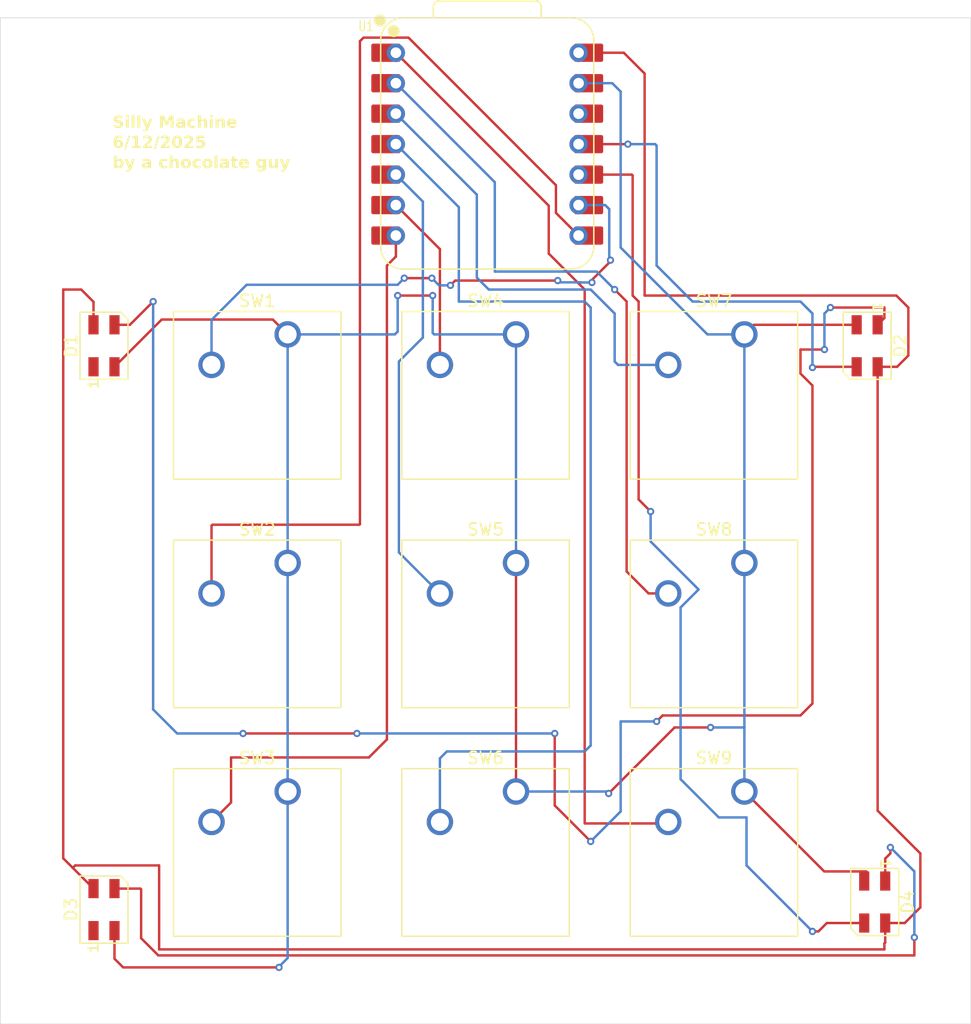
<source format=kicad_pcb>
(kicad_pcb (version 20241229) (generator "pcbnew") (generator_version "9.0")
  (layers (0 "F.Cu" signal) (2 "B.Cu" signal) (13 "F.Paste" user) (15 "B.Paste" user) (5 "F.SilkS" user "F.Silkscreen") (7 "B.SilkS" user "B.Silkscreen") (1 "F.Mask" user) (3 "B.Mask" user) (25 "Edge.Cuts" user))
  (net 0 "")
  (net 1 "Net-(D1-DIN)")
  (net 2 "GND")
  (net 4 "+5V")
  (net 5 "Net-(D2-DIN)")
  (net 6 "Net-(D3-DIN)")
  (net 8 "Net-(D4-DIN)")
  (net 9 "Net-(U1-GPIO2{slash}SCK)")
  (net 10 "Net-(U1-GPIO1{slash}RX)")
  (net 11 "Net-(U1-GPIO0{slash}TX)")
  (net 12 "Net-(U1-GPIO7{slash}SCL)")
  (net 13 "Net-(U1-GPIO6{slash}SDA)")
  (net 14 "Net-(U1-GPIO29{slash}ADC3{slash}A3)")
  (net 15 "Net-(U1-GPIO28{slash}ADC2{slash}A2)")
  (net 16 "Net-(U1-GPIO27{slash}ADC1{slash}A1)")
  (net 17 "Net-(U1-GPIO26{slash}ADC0{slash}A0)")
  (footprint "LED_SMD:LED_SK6812MINI_PLCC4_3.5x3.5mm_P1.75mm" (layer "F.Cu") (at 103.9 69.6875 90)
    (property "Reference" "D1" (at 0 -2.75 90) (layer "F.SilkS"))
    (property "Value" "SK6812MINI")
    (fp_line (start -2.8 -2) (end 2.8 -2) (stroke (width 0.12)) (layer "F.SilkS"))
    (fp_line (start -2.8 -2) (end -2.8 2) (stroke (width 0.12)) (layer "F.SilkS"))
    (fp_line (start 2.8 1.4) (end 2.8 -2) (stroke (width 0.12)) (layer "F.SilkS"))
    (fp_line (start 2.8 1.4) (end 2.2 2) (stroke (width 0.12)) (layer "F.SilkS"))
    (fp_line (start -2.8 2) (end 2.2 2) (stroke (width 0.12)) (layer "F.SilkS"))
    (fp_text user "1" (at -3.2 -0.875 90) (layer "F.SilkS") (effects (font (size 0.8 0.8))))
    (pad "1" smd rect (at -1.75 -0.875 90) (size 1.6 0.85) (layers "F.Cu" "F.Mask" "F.Paste"))
    (pad "2" smd rect (at -1.75 0.875 90) (size 1.6 0.85) (layers "F.Cu" "F.Mask" "F.Paste") (net 2 "GND"))
    (pad "3" smd rect (at 1.75 0.875 90) (size 1.6 0.85) (layers "F.Cu" "F.Mask" "F.Paste") (net 1 "Net-(D1-DIN)"))
    (pad "4" smd rect (at 1.75 -0.875 90) (size 1.6 0.85) (layers "F.Cu" "F.Mask" "F.Paste") (net 4 "+5V"))
  )
  (footprint "Button_Switch_Keyboard:SW_Cherry_MX_1.00u_PCB" (layer "F.Cu") (at 119.22125 87.78875)
    (property "Reference" "SW2" (at -2.54 -2.794 0) (layer "F.SilkS"))
    (property "Value" "SW_Push")
    (fp_line (start -9.525 -1.905) (end 4.445 -1.905) (stroke (width 0.12)) (layer "F.SilkS"))
    (fp_line (start -9.525 12.065) (end -9.525 -1.905) (stroke (width 0.12)) (layer "F.SilkS"))
    (fp_line (start 4.445 -1.905) (end 4.445 12.065) (stroke (width 0.12)) (layer "F.SilkS"))
    (fp_line (start 4.445 12.065) (end -9.525 12.065) (stroke (width 0.12)) (layer "F.SilkS"))
    (pad "" np_thru_hole circle (at -7.62 5.08) (size 1.7 1.7) (drill 1.7) (layers "*.Cu" "*.Mask"))
    (pad "" np_thru_hole circle (at -2.54 5.08) (size 4 4) (drill 4) (layers "*.Cu" "*.Mask"))
    (pad "" np_thru_hole circle (at 2.54 5.08) (size 1.7 1.7) (drill 1.7) (layers "*.Cu" "*.Mask"))
    (pad "1" thru_hole circle (at 0 0) (size 2.2 2.2) (drill 1.5) (layers "*.Cu" "*.Mask") (net 2 "GND"))
    (pad "2" thru_hole circle (at -6.35 2.54) (size 2.2 2.2) (drill 1.5) (layers "*.Cu" "*.Mask") (net 10 "Net-(U1-GPIO1{slash}RX)"))
  )
  (footprint "Button_Switch_Keyboard:SW_Cherry_MX_1.00u_PCB" (layer "F.Cu") (at 157.32125 87.78875)
    (property "Reference" "SW8" (at -2.54 -2.794 0) (layer "F.SilkS"))
    (property "Value" "SW_Push")
    (fp_line (start -9.525 -1.905) (end 4.445 -1.905) (stroke (width 0.12)) (layer "F.SilkS"))
    (fp_line (start -9.525 12.065) (end -9.525 -1.905) (stroke (width 0.12)) (layer "F.SilkS"))
    (fp_line (start 4.445 -1.905) (end 4.445 12.065) (stroke (width 0.12)) (layer "F.SilkS"))
    (fp_line (start 4.445 12.065) (end -9.525 12.065) (stroke (width 0.12)) (layer "F.SilkS"))
    (pad "" np_thru_hole circle (at -7.62 5.08) (size 1.7 1.7) (drill 1.7) (layers "*.Cu" "*.Mask"))
    (pad "" np_thru_hole circle (at -2.54 5.08) (size 4 4) (drill 4) (layers "*.Cu" "*.Mask"))
    (pad "" np_thru_hole circle (at 2.54 5.08) (size 1.7 1.7) (drill 1.7) (layers "*.Cu" "*.Mask"))
    (pad "1" thru_hole circle (at 0 0) (size 2.2 2.2) (drill 1.5) (layers "*.Cu" "*.Mask") (net 2 "GND"))
    (pad "2" thru_hole circle (at -6.35 2.54) (size 2.2 2.2) (drill 1.5) (layers "*.Cu" "*.Mask") (net 16 "Net-(U1-GPIO27{slash}ADC1{slash}A1)"))
  )
  (footprint "Button_Switch_Keyboard:SW_Cherry_MX_1.00u_PCB" (layer "F.Cu") (at 157.32125 68.73875)
    (property "Reference" "SW7" (at -2.54 -2.794 0) (layer "F.SilkS"))
    (property "Value" "SW_Push")
    (fp_line (start -9.525 -1.905) (end 4.445 -1.905) (stroke (width 0.12)) (layer "F.SilkS"))
    (fp_line (start -9.525 12.065) (end -9.525 -1.905) (stroke (width 0.12)) (layer "F.SilkS"))
    (fp_line (start 4.445 -1.905) (end 4.445 12.065) (stroke (width 0.12)) (layer "F.SilkS"))
    (fp_line (start 4.445 12.065) (end -9.525 12.065) (stroke (width 0.12)) (layer "F.SilkS"))
    (pad "" np_thru_hole circle (at -7.62 5.08) (size 1.7 1.7) (drill 1.7) (layers "*.Cu" "*.Mask"))
    (pad "" np_thru_hole circle (at -2.54 5.08) (size 4 4) (drill 4) (layers "*.Cu" "*.Mask"))
    (pad "" np_thru_hole circle (at 2.54 5.08) (size 1.7 1.7) (drill 1.7) (layers "*.Cu" "*.Mask"))
    (pad "1" thru_hole circle (at 0 0) (size 2.2 2.2) (drill 1.5) (layers "*.Cu" "*.Mask") (net 2 "GND"))
    (pad "2" thru_hole circle (at -6.35 2.54) (size 2.2 2.2) (drill 1.5) (layers "*.Cu" "*.Mask") (net 15 "Net-(U1-GPIO28{slash}ADC2{slash}A2)"))
  )
  (footprint "Button_Switch_Keyboard:SW_Cherry_MX_1.00u_PCB" (layer "F.Cu") (at 138.27125 87.78875)
    (property "Reference" "SW5" (at -2.54 -2.794 0) (layer "F.SilkS"))
    (property "Value" "SW_Push")
    (fp_line (start -9.525 -1.905) (end 4.445 -1.905) (stroke (width 0.12)) (layer "F.SilkS"))
    (fp_line (start -9.525 12.065) (end -9.525 -1.905) (stroke (width 0.12)) (layer "F.SilkS"))
    (fp_line (start 4.445 -1.905) (end 4.445 12.065) (stroke (width 0.12)) (layer "F.SilkS"))
    (fp_line (start 4.445 12.065) (end -9.525 12.065) (stroke (width 0.12)) (layer "F.SilkS"))
    (pad "" np_thru_hole circle (at -7.62 5.08) (size 1.7 1.7) (drill 1.7) (layers "*.Cu" "*.Mask"))
    (pad "" np_thru_hole circle (at -2.54 5.08) (size 4 4) (drill 4) (layers "*.Cu" "*.Mask"))
    (pad "" np_thru_hole circle (at 2.54 5.08) (size 1.7 1.7) (drill 1.7) (layers "*.Cu" "*.Mask"))
    (pad "1" thru_hole circle (at 0 0) (size 2.2 2.2) (drill 1.5) (layers "*.Cu" "*.Mask") (net 2 "GND"))
    (pad "2" thru_hole circle (at -6.35 2.54) (size 2.2 2.2) (drill 1.5) (layers "*.Cu" "*.Mask") (net 13 "Net-(U1-GPIO6{slash}SDA)"))
  )
  (footprint "Button_Switch_Keyboard:SW_Cherry_MX_1.00u_PCB" (layer "F.Cu") (at 138.27125 68.73875)
    (property "Reference" "SW4" (at -2.54 -2.794 0) (layer "F.SilkS"))
    (property "Value" "SW_Push")
    (fp_line (start -9.525 -1.905) (end 4.445 -1.905) (stroke (width 0.12)) (layer "F.SilkS"))
    (fp_line (start -9.525 12.065) (end -9.525 -1.905) (stroke (width 0.12)) (layer "F.SilkS"))
    (fp_line (start 4.445 -1.905) (end 4.445 12.065) (stroke (width 0.12)) (layer "F.SilkS"))
    (fp_line (start 4.445 12.065) (end -9.525 12.065) (stroke (width 0.12)) (layer "F.SilkS"))
    (pad "" np_thru_hole circle (at -7.62 5.08) (size 1.7 1.7) (drill 1.7) (layers "*.Cu" "*.Mask"))
    (pad "" np_thru_hole circle (at -2.54 5.08) (size 4 4) (drill 4) (layers "*.Cu" "*.Mask"))
    (pad "" np_thru_hole circle (at 2.54 5.08) (size 1.7 1.7) (drill 1.7) (layers "*.Cu" "*.Mask"))
    (pad "1" thru_hole circle (at 0 0) (size 2.2 2.2) (drill 1.5) (layers "*.Cu" "*.Mask") (net 2 "GND"))
    (pad "2" thru_hole circle (at -6.35 2.54) (size 2.2 2.2) (drill 1.5) (layers "*.Cu" "*.Mask") (net 12 "Net-(U1-GPIO7{slash}SCL)"))
  )
  (footprint "Seeed Studio XIAO Series Library:XIAO-RP2040-DIP" (layer "F.Cu") (at 135.87 52.88)
    (property "Reference" "U1" (at -10.12 -9.83 0) (layer "F.SilkS") (effects (font (size 0.835 0.635) (thickness 0.1016))))
    (property "Value" "XIAO-RP2040-DIP")
    (fp_line (start -8.89 8.509) (end -8.89 -8.636) (stroke (width 0.127)) (layer "F.SilkS"))
    (fp_line (start -6.985 10.414) (end 6.985 10.414) (stroke (width 0.127)) (layer "F.SilkS"))
    (fp_line (start -4.495 -10.541) (end -4.491272 -11.451272) (stroke (width 0.127)) (layer "F.SilkS"))
    (fp_line (start -3.991272 -11.951) (end 4.004 -11.951) (stroke (width 0.127)) (layer "F.SilkS"))
    (fp_line (start 4.504 -11.451) (end 4.504 -10.541) (stroke (width 0.127)) (layer "F.SilkS"))
    (fp_line (start 6.985 -10.541) (end -6.985 -10.541) (stroke (width 0.1)) (layer "F.SilkS"))
    (fp_line (start 6.985 -10.541) (end -6.985 -10.541) (stroke (width 0.127)) (layer "F.SilkS"))
    (fp_line (start 8.89 8.509) (end 8.89 -8.636) (stroke (width 0.127)) (layer "F.SilkS"))
    (fp_arc (start -8.89 -8.636) (mid -8.332038 -9.983038) (end -6.985 -10.541) (stroke (width 0.127)) (layer "F.SilkS"))
    (fp_arc (start -6.985 10.414) (mid -8.332038 9.856038) (end -8.89 8.509) (stroke (width 0.127)) (layer "F.SilkS"))
    (fp_arc (start -4.491272 -11.451272) (mid -4.344728 -11.80464) (end -3.991272 -11.951) (stroke (width 0.127)) (layer "F.SilkS"))
    (fp_arc (start 4.004 -11.951) (mid 4.357553 -11.804553) (end 4.504 -11.451) (stroke (width 0.127)) (layer "F.SilkS"))
    (fp_arc (start 6.985 -10.541) (mid 8.332038 -9.983038) (end 8.89 -8.636) (stroke (width 0.127)) (layer "F.SilkS"))
    (fp_arc (start 8.89 8.509) (mid 8.332038 9.856038) (end 6.985 10.414) (stroke (width 0.127)) (layer "F.SilkS"))
    (fp_circle (center -8.95 -10.3) (end -8.95 -10.554) (stroke (width 0.5)) (fill yes) (layer "F.SilkS"))
    (fp_circle (center -7.807 -9.42) (end -7.807 -9.674) (stroke (width 0.5)) (fill yes) (layer "F.SilkS"))
    (pad "1" smd roundrect (at -8.455 -7.62 180) (size 2.432 1.524) (layers "F.Cu" "F.Mask") (roundrect_rratio 0.1) (net 17 "Net-(U1-GPIO26{slash}ADC0{slash}A0)"))
    (pad "1" thru_hole circle (at -7.62 -7.62 180) (size 1.524 1.524) (drill 0.889) (layers "*.Cu" "*.Mask") (net 17 "Net-(U1-GPIO26{slash}ADC0{slash}A0)"))
    (pad "2" smd roundrect (at -8.455 -5.08 180) (size 2.432 1.524) (layers "F.Cu" "F.Mask") (roundrect_rratio 0.1) (net 16 "Net-(U1-GPIO27{slash}ADC1{slash}A1)"))
    (pad "2" thru_hole circle (at -7.62 -5.08 180) (size 1.524 1.524) (drill 0.889) (layers "*.Cu" "*.Mask") (net 16 "Net-(U1-GPIO27{slash}ADC1{slash}A1)"))
    (pad "3" smd roundrect (at -8.455 -2.54 180) (size 2.432 1.524) (layers "F.Cu" "F.Mask") (roundrect_rratio 0.1) (net 15 "Net-(U1-GPIO28{slash}ADC2{slash}A2)"))
    (pad "3" thru_hole circle (at -7.62 -2.54 180) (size 1.524 1.524) (drill 0.889) (layers "*.Cu" "*.Mask") (net 15 "Net-(U1-GPIO28{slash}ADC2{slash}A2)"))
    (pad "4" smd roundrect (at -8.455 0 180) (size 2.432 1.524) (layers "F.Cu" "F.Mask") (roundrect_rratio 0.1) (net 14 "Net-(U1-GPIO29{slash}ADC3{slash}A3)"))
    (pad "4" thru_hole circle (at -7.62 0 180) (size 1.524 1.524) (drill 0.889) (layers "*.Cu" "*.Mask") (net 14 "Net-(U1-GPIO29{slash}ADC3{slash}A3)"))
    (pad "5" smd roundrect (at -8.455 2.54 180) (size 2.432 1.524) (layers "F.Cu" "F.Mask") (roundrect_rratio 0.1) (net 13 "Net-(U1-GPIO6{slash}SDA)"))
    (pad "5" thru_hole circle (at -7.62 2.54 180) (size 1.524 1.524) (drill 0.889) (layers "*.Cu" "*.Mask") (net 13 "Net-(U1-GPIO6{slash}SDA)"))
    (pad "6" smd roundrect (at -8.455 5.08 180) (size 2.432 1.524) (layers "F.Cu" "F.Mask") (roundrect_rratio 0.1) (net 12 "Net-(U1-GPIO7{slash}SCL)"))
    (pad "6" thru_hole circle (at -7.62 5.08 180) (size 1.524 1.524) (drill 0.889) (layers "*.Cu" "*.Mask") (net 12 "Net-(U1-GPIO7{slash}SCL)"))
    (pad "7" smd roundrect (at -8.455 7.62 180) (size 2.432 1.524) (layers "F.Cu" "F.Mask") (roundrect_rratio 0.1) (net 11 "Net-(U1-GPIO0{slash}TX)"))
    (pad "7" thru_hole circle (at -7.62 7.62 180) (size 1.524 1.524) (drill 0.889) (layers "*.Cu" "*.Mask") (net 11 "Net-(U1-GPIO0{slash}TX)"))
    (pad "8" thru_hole circle (at 7.62 7.62) (size 1.524 1.524) (drill 0.889) (layers "*.Cu" "*.Mask") (net 10 "Net-(U1-GPIO1{slash}RX)"))
    (pad "8" smd roundrect (at 8.455 7.62) (size 2.432 1.524) (layers "F.Cu" "F.Mask") (roundrect_rratio 0.1) (net 10 "Net-(U1-GPIO1{slash}RX)"))
    (pad "9" thru_hole circle (at 7.62 5.08) (size 1.524 1.524) (drill 0.889) (layers "*.Cu" "*.Mask") (net 9 "Net-(U1-GPIO2{slash}SCK)"))
    (pad "9" smd roundrect (at 8.455 5.08) (size 2.432 1.524) (layers "F.Cu" "F.Mask") (roundrect_rratio 0.1) (net 9 "Net-(U1-GPIO2{slash}SCK)"))
    (pad "10" thru_hole circle (at 7.62 2.54) (size 1.524 1.524) (drill 0.889) (layers "*.Cu" "*.Mask") (net 8 "Net-(D4-DIN)"))
    (pad "10" smd roundrect (at 8.455 2.54) (size 2.432 1.524) (layers "F.Cu" "F.Mask") (roundrect_rratio 0.1) (net 8 "Net-(D4-DIN)"))
    (pad "11" thru_hole circle (at 7.62 0) (size 1.524 1.524) (drill 0.889) (layers "*.Cu" "*.Mask") (net 5 "Net-(D2-DIN)"))
    (pad "11" smd roundrect (at 8.455 0) (size 2.432 1.524) (layers "F.Cu" "F.Mask") (roundrect_rratio 0.1) (net 5 "Net-(D2-DIN)"))
    (pad "12" thru_hole circle (at 7.62 -2.54) (size 1.524 1.524) (drill 0.889) (layers "*.Cu" "*.Mask"))
    (pad "12" smd roundrect (at 8.455 -2.54) (size 2.432 1.524) (layers "F.Cu" "F.Mask") (roundrect_rratio 0.1))
    (pad "13" thru_hole circle (at 7.62 -5.08) (size 1.524 1.524) (drill 0.889) (layers "*.Cu" "*.Mask") (net 2 "GND"))
    (pad "13" smd roundrect (at 8.455 -5.08) (size 2.432 1.524) (layers "F.Cu" "F.Mask") (roundrect_rratio 0.1) (net 2 "GND"))
    (pad "14" thru_hole circle (at 7.62 -7.62) (size 1.524 1.524) (drill 0.889) (layers "*.Cu" "*.Mask") (net 4 "+5V"))
    (pad "14" smd roundrect (at 8.455 -7.62) (size 2.432 1.524) (layers "F.Cu" "F.Mask") (roundrect_rratio 0.1) (net 4 "+5V"))
  )
  (footprint "LED_SMD:LED_SK6812MINI_PLCC4_3.5x3.5mm_P1.75mm" (layer "F.Cu") (at 168.19375 116.05 -90)
    (property "Reference" "D4" (at 0 -2.75 90) (layer "F.SilkS"))
    (property "Value" "SK6812MINI")
    (fp_line (start -2.8 2) (end 2.2 2) (stroke (width 0.12)) (layer "F.SilkS"))
    (fp_line (start 2.8 1.4) (end 2.2 2) (stroke (width 0.12)) (layer "F.SilkS"))
    (fp_line (start 2.8 1.4) (end 2.8 -2) (stroke (width 0.12)) (layer "F.SilkS"))
    (fp_line (start -2.8 -2) (end -2.8 2) (stroke (width 0.12)) (layer "F.SilkS"))
    (fp_line (start -2.8 -2) (end 2.8 -2) (stroke (width 0.12)) (layer "F.SilkS"))
    (fp_text user "1" (at -3.2 -0.875 270) (layer "F.SilkS") (effects (font (size 0.8 0.8))))
    (pad "1" smd rect (at -1.75 -0.875 270) (size 1.6 0.85) (layers "F.Cu" "F.Mask" "F.Paste") (net 6 "Net-(D3-DIN)"))
    (pad "2" smd rect (at -1.75 0.875 270) (size 1.6 0.85) (layers "F.Cu" "F.Mask" "F.Paste") (net 2 "GND"))
    (pad "3" smd rect (at 1.75 0.875 270) (size 1.6 0.85) (layers "F.Cu" "F.Mask" "F.Paste") (net 8 "Net-(D4-DIN)"))
    (pad "4" smd rect (at 1.75 -0.875 270) (size 1.6 0.85) (layers "F.Cu" "F.Mask" "F.Paste") (net 4 "+5V"))
  )
  (footprint "LED_SMD:LED_SK6812MINI_PLCC4_3.5x3.5mm_P1.75mm" (layer "F.Cu") (at 103.9 116.68125 90)
    (property "Reference" "D3" (at 0 -2.75 90) (layer "F.SilkS"))
    (property "Value" "SK6812MINI")
    (fp_line (start -2.8 -2) (end 2.8 -2) (stroke (width 0.12)) (layer "F.SilkS"))
    (fp_line (start -2.8 -2) (end -2.8 2) (stroke (width 0.12)) (layer "F.SilkS"))
    (fp_line (start 2.8 1.4) (end 2.8 -2) (stroke (width 0.12)) (layer "F.SilkS"))
    (fp_line (start 2.8 1.4) (end 2.2 2) (stroke (width 0.12)) (layer "F.SilkS"))
    (fp_line (start -2.8 2) (end 2.2 2) (stroke (width 0.12)) (layer "F.SilkS"))
    (fp_text user "1" (at -3.2 -0.875 90) (layer "F.SilkS") (effects (font (size 0.8 0.8))))
    (pad "1" smd rect (at -1.75 -0.875 90) (size 1.6 0.85) (layers "F.Cu" "F.Mask" "F.Paste"))
    (pad "2" smd rect (at -1.75 0.875 90) (size 1.6 0.85) (layers "F.Cu" "F.Mask" "F.Paste") (net 2 "GND"))
    (pad "3" smd rect (at 1.75 0.875 90) (size 1.6 0.85) (layers "F.Cu" "F.Mask" "F.Paste") (net 6 "Net-(D3-DIN)"))
    (pad "4" smd rect (at 1.75 -0.875 90) (size 1.6 0.85) (layers "F.Cu" "F.Mask" "F.Paste") (net 4 "+5V"))
  )
  (footprint "LED_SMD:LED_SK6812MINI_PLCC4_3.5x3.5mm_P1.75mm" (layer "F.Cu") (at 167.5625 69.6875 -90)
    (property "Reference" "D2" (at 0 -2.75 90) (layer "F.SilkS"))
    (property "Value" "SK6812MINI")
    (fp_line (start -2.8 2) (end 2.2 2) (stroke (width 0.12)) (layer "F.SilkS"))
    (fp_line (start 2.8 1.4) (end 2.2 2) (stroke (width 0.12)) (layer "F.SilkS"))
    (fp_line (start 2.8 1.4) (end 2.8 -2) (stroke (width 0.12)) (layer "F.SilkS"))
    (fp_line (start -2.8 -2) (end -2.8 2) (stroke (width 0.12)) (layer "F.SilkS"))
    (fp_line (start -2.8 -2) (end 2.8 -2) (stroke (width 0.12)) (layer "F.SilkS"))
    (fp_text user "1" (at -3.2 -0.875 270) (layer "F.SilkS") (effects (font (size 0.8 0.8))))
    (pad "1" smd rect (at -1.75 -0.875 270) (size 1.6 0.85) (layers "F.Cu" "F.Mask" "F.Paste") (net 1 "Net-(D1-DIN)"))
    (pad "2" smd rect (at -1.75 0.875 270) (size 1.6 0.85) (layers "F.Cu" "F.Mask" "F.Paste") (net 2 "GND"))
    (pad "3" smd rect (at 1.75 0.875 270) (size 1.6 0.85) (layers "F.Cu" "F.Mask" "F.Paste") (net 5 "Net-(D2-DIN)"))
    (pad "4" smd rect (at 1.75 -0.875 270) (size 1.6 0.85) (layers "F.Cu" "F.Mask" "F.Paste") (net 4 "+5V"))
  )
  (footprint "Button_Switch_Keyboard:SW_Cherry_MX_1.00u_PCB" (layer "F.Cu") (at 119.22125 106.83875)
    (property "Reference" "SW3" (at -2.54 -2.794 0) (layer "F.SilkS"))
    (property "Value" "SW_Push")
    (fp_line (start -9.525 -1.905) (end 4.445 -1.905) (stroke (width 0.12)) (layer "F.SilkS"))
    (fp_line (start -9.525 12.065) (end -9.525 -1.905) (stroke (width 0.12)) (layer "F.SilkS"))
    (fp_line (start 4.445 -1.905) (end 4.445 12.065) (stroke (width 0.12)) (layer "F.SilkS"))
    (fp_line (start 4.445 12.065) (end -9.525 12.065) (stroke (width 0.12)) (layer "F.SilkS"))
    (pad "" np_thru_hole circle (at -7.62 5.08) (size 1.7 1.7) (drill 1.7) (layers "*.Cu" "*.Mask"))
    (pad "" np_thru_hole circle (at -2.54 5.08) (size 4 4) (drill 4) (layers "*.Cu" "*.Mask"))
    (pad "" np_thru_hole circle (at 2.54 5.08) (size 1.7 1.7) (drill 1.7) (layers "*.Cu" "*.Mask"))
    (pad "1" thru_hole circle (at 0 0) (size 2.2 2.2) (drill 1.5) (layers "*.Cu" "*.Mask") (net 2 "GND"))
    (pad "2" thru_hole circle (at -6.35 2.54) (size 2.2 2.2) (drill 1.5) (layers "*.Cu" "*.Mask") (net 11 "Net-(U1-GPIO0{slash}TX)"))
  )
  (footprint "Button_Switch_Keyboard:SW_Cherry_MX_1.00u_PCB" (layer "F.Cu") (at 157.32125 106.83875)
    (property "Reference" "SW9" (at -2.54 -2.794 0) (layer "F.SilkS"))
    (property "Value" "SW_Push")
    (fp_line (start -9.525 -1.905) (end 4.445 -1.905) (stroke (width 0.12)) (layer "F.SilkS"))
    (fp_line (start -9.525 12.065) (end -9.525 -1.905) (stroke (width 0.12)) (layer "F.SilkS"))
    (fp_line (start 4.445 -1.905) (end 4.445 12.065) (stroke (width 0.12)) (layer "F.SilkS"))
    (fp_line (start 4.445 12.065) (end -9.525 12.065) (stroke (width 0.12)) (layer "F.SilkS"))
    (pad "" np_thru_hole circle (at -7.62 5.08) (size 1.7 1.7) (drill 1.7) (layers "*.Cu" "*.Mask"))
    (pad "" np_thru_hole circle (at -2.54 5.08) (size 4 4) (drill 4) (layers "*.Cu" "*.Mask"))
    (pad "" np_thru_hole circle (at 2.54 5.08) (size 1.7 1.7) (drill 1.7) (layers "*.Cu" "*.Mask"))
    (pad "1" thru_hole circle (at 0 0) (size 2.2 2.2) (drill 1.5) (layers "*.Cu" "*.Mask") (net 2 "GND"))
    (pad "2" thru_hole circle (at -6.35 2.54) (size 2.2 2.2) (drill 1.5) (layers "*.Cu" "*.Mask") (net 17 "Net-(U1-GPIO26{slash}ADC0{slash}A0)"))
  )
  (footprint "Button_Switch_Keyboard:SW_Cherry_MX_1.00u_PCB" (layer "F.Cu") (at 119.22125 68.73875)
    (property "Reference" "SW1" (at -2.54 -2.794 0) (layer "F.SilkS"))
    (property "Value" "SW_Push")
    (fp_line (start -9.525 -1.905) (end 4.445 -1.905) (stroke (width 0.12)) (layer "F.SilkS"))
    (fp_line (start -9.525 12.065) (end -9.525 -1.905) (stroke (width 0.12)) (layer "F.SilkS"))
    (fp_line (start 4.445 -1.905) (end 4.445 12.065) (stroke (width 0.12)) (layer "F.SilkS"))
    (fp_line (start 4.445 12.065) (end -9.525 12.065) (stroke (width 0.12)) (layer "F.SilkS"))
    (pad "" np_thru_hole circle (at -7.62 5.08) (size 1.7 1.7) (drill 1.7) (layers "*.Cu" "*.Mask"))
    (pad "" np_thru_hole circle (at -2.54 5.08) (size 4 4) (drill 4) (layers "*.Cu" "*.Mask"))
    (pad "" np_thru_hole circle (at 2.54 5.08) (size 1.7 1.7) (drill 1.7) (layers "*.Cu" "*.Mask"))
    (pad "1" thru_hole circle (at 0 0) (size 2.2 2.2) (drill 1.5) (layers "*.Cu" "*.Mask") (net 2 "GND"))
    (pad "2" thru_hole circle (at -6.35 2.54) (size 2.2 2.2) (drill 1.5) (layers "*.Cu" "*.Mask") (net 9 "Net-(U1-GPIO2{slash}SCK)"))
  )
  (footprint "Button_Switch_Keyboard:SW_Cherry_MX_1.00u_PCB" (layer "F.Cu") (at 138.27125 106.83875)
    (property "Reference" "SW6" (at -2.54 -2.794 0) (layer "F.SilkS"))
    (property "Value" "SW_Push")
    (fp_line (start -9.525 -1.905) (end 4.445 -1.905) (stroke (width 0.12)) (layer "F.SilkS"))
    (fp_line (start -9.525 12.065) (end -9.525 -1.905) (stroke (width 0.12)) (layer "F.SilkS"))
    (fp_line (start 4.445 -1.905) (end 4.445 12.065) (stroke (width 0.12)) (layer "F.SilkS"))
    (fp_line (start 4.445 12.065) (end -9.525 12.065) (stroke (width 0.12)) (layer "F.SilkS"))
    (pad "" np_thru_hole circle (at -7.62 5.08) (size 1.7 1.7) (drill 1.7) (layers "*.Cu" "*.Mask"))
    (pad "" np_thru_hole circle (at -2.54 5.08) (size 4 4) (drill 4) (layers "*.Cu" "*.Mask"))
    (pad "" np_thru_hole circle (at 2.54 5.08) (size 1.7 1.7) (drill 1.7) (layers "*.Cu" "*.Mask"))
    (pad "1" thru_hole circle (at 0 0) (size 2.2 2.2) (drill 1.5) (layers "*.Cu" "*.Mask") (net 2 "GND"))
    (pad "2" thru_hole circle (at -6.35 2.54) (size 2.2 2.2) (drill 1.5) (layers "*.Cu" "*.Mask") (net 14 "Net-(U1-GPIO29{slash}ADC3{slash}A3)"))
  )
  (gr_rect (start 95.25 42.3525) (end 176.2125 126.20625) (stroke (width 0.05)) (fill no) (layer "Edge.Cuts"))
  (gr_text "Silly Machine\n6/12/2025\nby a chocolate guy" (at 104.6 55.05 0) (layer "F.SilkS") (effects (font (size 1 1) (thickness 0.2) (bold yes)) (justify left bottom)))
  (segment (start 164.5 66.5) (end 169 66.5) (width 0.2) (layer "F.Cu") (net 1))
  (segment (start 163 73) (end 162 72) (width 0.2) (layer "F.Cu") (net 1))
  (segment (start 106.0625 67.9375) (end 108 66) (width 0.2) (layer "F.Cu") (net 1))
  (segment (start 150 101) (end 150.5 100.5) (width 0.2) (layer "F.Cu") (net 1))
  (segment (start 104.775 67.9375) (end 106.0625 67.9375) (width 0.2) (layer "F.Cu") (net 1))
  (segment (start 141.5 108) (end 144.5 111) (width 0.2) (layer "F.Cu") (net 1))
  (segment (start 115.5 102) (end 125 102) (width 0.2) (layer "F.Cu") (net 1))
  (segment (start 169 67.375) (end 168.4375 67.9375) (width 0.2) (layer "F.Cu") (net 1))
  (segment (start 150.5 100.5) (end 162 100.5) (width 0.2) (layer "F.Cu") (net 1))
  (segment (start 163 99.5) (end 163 73) (width 0.2) (layer "F.Cu") (net 1))
  (segment (start 162 70) (end 164 70) (width 0.2) (layer "F.Cu") (net 1))
  (segment (start 162 100.5) (end 163 99.5) (width 0.2) (layer "F.Cu") (net 1))
  (segment (start 169 66.5) (end 169 67.375) (width 0.2) (layer "F.Cu") (net 1))
  (segment (start 141.5 102) (end 141.5 108) (width 0.2) (layer "F.Cu") (net 1))
  (segment (start 162 72) (end 162 70) (width 0.2) (layer "F.Cu") (net 1))
  (via (at 150 101) (size 0.6) (drill 0.3) (layers "F.Cu" "B.Cu") (net 1))
  (via (at 141.5 102) (size 0.6) (drill 0.3) (layers "F.Cu" "B.Cu") (net 1))
  (via (at 115.5 102) (size 0.6) (drill 0.3) (layers "F.Cu" "B.Cu") (net 1))
  (via (at 164 70) (size 0.6) (drill 0.3) (layers "F.Cu" "B.Cu") (net 1))
  (via (at 125 102) (size 0.6) (drill 0.3) (layers "F.Cu" "B.Cu") (net 1))
  (via (at 108 66) (size 0.6) (drill 0.3) (layers "F.Cu" "B.Cu") (net 1))
  (via (at 144.5 111) (size 0.6) (drill 0.3) (layers "F.Cu" "B.Cu") (net 1))
  (via (at 164.5 66.5) (size 0.6) (drill 0.3) (layers "F.Cu" "B.Cu") (net 1))
  (segment (start 108 100) (end 109.5 101.5) (width 0.2) (layer "B.Cu") (net 1))
  (segment (start 144.5 111) (end 147 108.5) (width 0.2) (layer "B.Cu") (net 1))
  (segment (start 164 67) (end 164 70) (width 0.2) (layer "B.Cu") (net 1))
  (segment (start 109.5 101.5) (end 110 102) (width 0.2) (layer "B.Cu") (net 1))
  (segment (start 147 101) (end 150 101) (width 0.2) (layer "B.Cu") (net 1))
  (segment (start 125 102) (end 141.5 102) (width 0.2) (layer "B.Cu") (net 1))
  (segment (start 164.5 66.5) (end 164 67) (width 0.2) (layer "B.Cu") (net 1))
  (segment (start 108 66) (end 108 100) (width 0.2) (layer "B.Cu") (net 1))
  (segment (start 110 102) (end 115.5 102) (width 0.2) (layer "B.Cu") (net 1))
  (segment (start 147 108.5) (end 147 101) (width 0.2) (layer "B.Cu") (net 1))
  (segment (start 167.5 113.5) (end 163.9825 113.5) (width 0.2) (layer "F.Cu") (net 2))
  (segment (start 151.5 101.5) (end 146 107) (width 0.2) (layer "F.Cu") (net 2))
  (segment (start 104.775 120.775) (end 104.775 118.43125) (width 0.2) (layer "F.Cu") (net 2))
  (segment (start 167.31875 114.3) (end 167.31875 113.68125) (width 0.2) (layer "F.Cu") (net 2))
  (segment (start 118.5 121.5) (end 105.5 121.5) (width 0.2) (layer "F.Cu") (net 2))
  (segment (start 167.31875 113.68125) (end 167.5 113.5) (width 0.2) (layer "F.Cu") (net 2))
  (segment (start 163.9825 113.5) (end 157.32125 106.83875) (width 0.2) (layer "F.Cu") (net 2))
  (segment (start 154.5 101.5) (end 151.5 101.5) (width 0.2) (layer "F.Cu") (net 2))
  (segment (start 105.5 121.5) (end 104.775 120.775) (width 0.2) (layer "F.Cu") (net 2))
  (segment (start 108.7125 67.5) (end 117.9825 67.5) (width 0.2) (layer "F.Cu") (net 2))
  (segment (start 158.1225 67.9375) (end 157.32125 68.73875) (width 0.2) (layer "F.Cu") (net 2))
  (segment (start 128.4 65.5) (end 131.32125 65.5) (width 0.2) (layer "F.Cu") (net 2))
  (segment (start 138.27125 106.83875) (end 138.27125 87.78875) (width 0.2) (layer "F.Cu") (net 2))
  (segment (start 117.9825 67.5) (end 119.22125 68.73875) (width 0.2) (layer "F.Cu") (net 2))
  (segment (start 166.6875 67.9375) (end 158.1225 67.9375) (width 0.2) (layer "F.Cu") (net 2))
  (segment (start 104.775 71.4375) (end 108.7125 67.5) (width 0.2) (layer "F.Cu") (net 2))
  (via (at 128.4 65.5) (size 0.6) (drill 0.3) (layers "F.Cu" "B.Cu") (net 2))
  (via (at 118.5 121.5) (size 0.6) (drill 0.3) (layers "F.Cu" "B.Cu") (net 2))
  (via (at 146 107) (size 0.6) (drill 0.3) (layers "F.Cu" "B.Cu") (net 2))
  (via (at 131.32125 65.5) (size 0.6) (drill 0.3) (layers "F.Cu" "B.Cu") (net 2))
  (via (at 154.5 101.5) (size 0.6) (drill 0.3) (layers "F.Cu" "B.Cu") (net 2))
  (segment (start 157.32125 68.73875) (end 157.32125 87.78875) (width 0.2) (layer "B.Cu") (net 2))
  (segment (start 157.32125 101.5) (end 154.5 101.5) (width 0.2) (layer "B.Cu") (net 2))
  (segment (start 157.32125 87.78875) (end 157.32125 101.5) (width 0.2) (layer "B.Cu") (net 2))
  (segment (start 128.16125 68.73875) (end 119.22125 68.73875) (width 0.2) (layer "B.Cu") (net 2))
  (segment (start 119.22125 87.78875) (end 119.22125 106.83875) (width 0.2) (layer "B.Cu") (net 2))
  (segment (start 157.32125 101.5) (end 157.32125 106.83875) (width 0.2) (layer "B.Cu") (net 2))
  (segment (start 118.5 121.4425) (end 119.22125 120.72125) (width 0.2) (layer "B.Cu") (net 2))
  (segment (start 118.5 121.5) (end 118.5 121.4425) (width 0.2) (layer "B.Cu") (net 2))
  (segment (start 154.23875 68.73875) (end 157.32125 68.73875) (width 0.2) (layer "B.Cu") (net 2))
  (segment (start 131.43875 68.73875) (end 138.27125 68.73875) (width 0.2) (layer "B.Cu") (net 2))
  (segment (start 146.3 47.8) (end 147 48.5) (width 0.2) (layer "B.Cu") (net 2))
  (segment (start 119.22125 120.72125) (end 119.22125 106.83875) (width 0.2) (layer "B.Cu") (net 2))
  (segment (start 147 48.5) (end 147 61.5) (width 0.2) (layer "B.Cu") (net 2))
  (segment (start 119.22125 68.73875) (end 119.22125 87.78875) (width 0.2) (layer "B.Cu") (net 2))
  (segment (start 145.83875 106.83875) (end 138.27125 106.83875) (width 0.2) (layer "B.Cu") (net 2))
  (segment (start 128.4 65.5) (end 128.4 68.5) (width 0.2) (layer "B.Cu") (net 2))
  (segment (start 146 107) (end 145.83875 106.83875) (width 0.2) (layer "B.Cu") (net 2))
  (segment (start 147 61.5) (end 154.23875 68.73875) (width 0.2) (layer "B.Cu") (net 2))
  (segment (start 131.32125 68.62125) (end 131.43875 68.73875) (width 0.2) (layer "B.Cu") (net 2))
  (segment (start 143.49 47.8) (end 146.3 47.8) (width 0.2) (layer "B.Cu") (net 2))
  (segment (start 128.4 68.5) (end 128.16125 68.73875) (width 0.2) (layer "B.Cu") (net 2))
  (segment (start 138.27125 68.73875) (end 138.27125 87.78875) (width 0.2) (layer "B.Cu") (net 2))
  (segment (start 131.32125 65.5) (end 131.32125 68.62125) (width 0.2) (layer "B.Cu") (net 2))
  (segment (start 100.5 65) (end 100.5 112.40625) (width 0.2) (layer "F.Cu") (net 4))
  (segment (start 172 116.5) (end 170.7 117.8) (width 0.2) (layer "F.Cu") (net 4))
  (segment (start 168.4375 108.4375) (end 172 112) (width 0.2) (layer "F.Cu") (net 4))
  (segment (start 170 65.5) (end 149 65.5) (width 0.2) (layer "F.Cu") (net 4))
  (segment (start 108.5 113) (end 108.5 120) (width 0.2) (layer "F.Cu") (net 4))
  (segment (start 100.5 112.40625) (end 101.296875 113.203125) (width 0.2) (layer "F.Cu") (net 4))
  (segment (start 168.4375 71.4375) (end 168.4375 108.4375) (width 0.2) (layer "F.Cu") (net 4))
  (segment (start 103.025 66.025) (end 102 65) (width 0.2) (layer "F.Cu") (net 4))
  (segment (start 101.296875 113.203125) (end 103.025 114.93125) (width 0.2) (layer "F.Cu") (net 4))
  (segment (start 103.025 67.9375) (end 103.025 66.025) (width 0.2) (layer "F.Cu") (net 4))
  (segment (start 170.0625 71.4375) (end 171 70.5) (width 0.2) (layer "F.Cu") (net 4))
  (segment (start 108.5 120) (end 169 120) (width 0.2) (layer "F.Cu") (net 4))
  (segment (start 168.4375 71.4375) (end 170.0625 71.4375) (width 0.2) (layer "F.Cu") (net 4))
  (segment (start 147.26 45.26) (end 144.325 45.26) (width 0.2) (layer "F.Cu") (net 4))
  (segment (start 171 70.5) (end 171 66.5) (width 0.2) (layer "F.Cu") (net 4))
  (segment (start 101.5 113) (end 108.5 113) (width 0.2) (layer "F.Cu") (net 4))
  (segment (start 169 120) (end 169 119.5) (width 0.2) (layer "F.Cu") (net 4))
  (segment (start 149 47) (end 147.26 45.26) (width 0.2) (layer "F.Cu") (net 4))
  (segment (start 102 65) (end 100.5 65) (width 0.2) (layer "F.Cu") (net 4))
  (segment (start 172 112) (end 172 116.5) (width 0.2) (layer "F.Cu") (net 4))
  (segment (start 169 119.5) (end 169.06875 119.43125) (width 0.2) (layer "F.Cu") (net 4))
  (segment (start 169.06875 119.43125) (end 169.06875 117.8) (width 0.2) (layer "F.Cu") (net 4))
  (segment (start 101.296875 113.203125) (end 101.5 113) (width 0.2) (layer "F.Cu") (net 4))
  (segment (start 149 65.5) (end 149 47) (width 0.2) (layer "F.Cu") (net 4))
  (segment (start 170.7 117.8) (end 169.06875 117.8) (width 0.2) (layer "F.Cu") (net 4))
  (segment (start 171 66.5) (end 170 65.5) (width 0.2) (layer "F.Cu") (net 4))
  (segment (start 147.38 52.88) (end 147.5 53) (width 0.2) (layer "F.Cu") (net 5))
  (segment (start 147.38 52.88) (end 147.6 52.88) (width 0.2) (layer "F.Cu") (net 5))
  (segment (start 144.325 52.88) (end 147.38 52.88) (width 0.2) (layer "F.Cu") (net 5))
  (segment (start 163 71.5) (end 163.0625 71.4375) (width 0.2) (layer "F.Cu") (net 5))
  (segment (start 163.0625 71.4375) (end 166.6875 71.4375) (width 0.2) (layer "F.Cu") (net 5))
  (via (at 163 71.5) (size 0.6) (drill 0.3) (layers "F.Cu" "B.Cu") (net 5))
  (via (at 147.6 52.88) (size 0.6) (drill 0.3) (layers "F.Cu" "B.Cu") (net 5))
  (segment (start 147.6 52.88) (end 149.88 52.88) (width 0.2) (layer "B.Cu") (net 5))
  (segment (start 150 53) (end 150 63) (width 0.2) (layer "B.Cu") (net 5))
  (segment (start 162.5 66.5) (end 163 67) (width 0.2) (layer "B.Cu") (net 5))
  (segment (start 162 66) (end 162.5 66.5) (width 0.2) (layer "B.Cu") (net 5))
  (segment (start 149.88 52.88) (end 150 53) (width 0.2) (layer "B.Cu") (net 5))
  (segment (start 163 67) (end 163 71.5) (width 0.2) (layer "B.Cu") (net 5))
  (segment (start 153 66) (end 155.5 66) (width 0.2) (layer "B.Cu") (net 5))
  (segment (start 150 63) (end 151.5 64.5) (width 0.2) (layer "B.Cu") (net 5))
  (segment (start 155.5 66) (end 162 66) (width 0.2) (layer "B.Cu") (net 5))
  (segment (start 151.5 64.5) (end 153 66) (width 0.2) (layer "B.Cu") (net 5))
  (segment (start 169.06875 112.43125) (end 169.06875 114.3) (width 0.2) (layer "F.Cu") (net 6))
  (segment (start 104.775 114.93125) (end 106.93125 114.93125) (width 0.2) (layer "F.Cu") (net 6))
  (segment (start 171.5 120.5) (end 171.5 119) (width 0.2) (layer "F.Cu") (net 6))
  (segment (start 108.4329 120.5) (end 171.5 120.5) (width 0.2) (layer "F.Cu") (net 6))
  (segment (start 107 115) (end 107 119.0671) (width 0.2) (layer "F.Cu") (net 6))
  (segment (start 169.5 111.5) (end 169.5 112) (width 0.2) (layer "F.Cu") (net 6))
  (segment (start 169.5 112) (end 169.06875 112.43125) (width 0.2) (layer "F.Cu") (net 6))
  (segment (start 106.93125 114.93125) (end 107 115) (width 0.2) (layer "F.Cu") (net 6))
  (segment (start 107 119.0671) (end 108.4329 120.5) (width 0.2) (layer "F.Cu") (net 6))
  (via (at 169.5 111.5) (size 0.6) (drill 0.3) (layers "F.Cu" "B.Cu") (net 6))
  (via (at 171.5 119) (size 0.6) (drill 0.3) (layers "F.Cu" "B.Cu") (net 6))
  (segment (start 171.5 113.5) (end 169.5 111.5) (width 0.2) (layer "B.Cu") (net 6))
  (segment (start 171.5 119) (end 171.5 113.5) (width 0.2) (layer "B.Cu") (net 6))
  (segment (start 163.5 118.5) (end 164.2 117.8) (width 0.2) (layer "F.Cu") (net 8))
  (segment (start 148.5 66) (end 148 65.5) (width 0.2) (layer "F.Cu") (net 8))
  (segment (start 148 65.5) (end 148 55.5) (width 0.2) (layer "F.Cu") (net 8))
  (segment (start 163 118.5) (end 163.5 118.5) (width 0.2) (layer "F.Cu") (net 8))
  (segment (start 149.5 83.5) (end 148.5 82.5) (width 0.2) (layer "F.Cu") (net 8))
  (segment (start 148 55.5) (end 147.92 55.42) (width 0.2) (layer "F.Cu") (net 8))
  (segment (start 148.5 82.5) (end 148.5 66) (width 0.2) (layer "F.Cu") (net 8))
  (segment (start 147.92 55.42) (end 143.49 55.42) (width 0.2) (layer "F.Cu") (net 8))
  (segment (start 143.49 55.42) (end 144.325 55.42) (width 0.2) (layer "F.Cu") (net 8))
  (segment (start 164.2 117.8) (end 167.31875 117.8) (width 0.2) (layer "F.Cu") (net 8))
  (via (at 149.5 83.5) (size 0.6) (drill 0.3) (layers "F.Cu" "B.Cu") (net 8))
  (via (at 163 118.5) (size 0.6) (drill 0.3) (layers "F.Cu" "B.Cu") (net 8))
  (segment (start 157.5 113) (end 163 118.5) (width 0.2) (layer "B.Cu") (net 8))
  (segment (start 152 91.5) (end 152 105.812684) (width 0.2) (layer "B.Cu") (net 8))
  (segment (start 149.5 83.5) (end 149.5 86) (width 0.2) (layer "B.Cu") (net 8))
  (segment (start 153.5 90) (end 152 91.5) (width 0.2) (layer "B.Cu") (net 8))
  (segment (start 155.187316 109) (end 157.5 109) (width 0.2) (layer "B.Cu") (net 8))
  (segment (start 152 105.812684) (end 155.187316 109) (width 0.2) (layer "B.Cu") (net 8))
  (segment (start 157.5 109) (end 157.5 113) (width 0.2) (layer "B.Cu") (net 8))
  (segment (start 149.5 86) (end 153.5 90) (width 0.2) (layer "B.Cu") (net 8))
  (segment (start 133.2 64.25) (end 132.8 64.65) (width 0.2) (layer "F.Cu") (net 9))
  (segment (start 128.95 64.05) (end 128.85 64.15) (width 0.2) (layer "F.Cu") (net 9))
  (segment (start 146.15 62.65) (end 146.15 62.55) (width 0.2) (layer "F.Cu") (net 9))
  (segment (start 144.5 64.3) (end 146.15 62.65) (width 0.2) (layer "F.Cu") (net 9))
  (segment (start 144.607331 64.409678) (end 144.5 64.302347) (width 0.2) (layer "F.Cu") (net 9))
  (segment (start 144.5 64.302347) (end 144.5 64.3) (width 0.2) (layer "F.Cu") (net 9))
  (segment (start 141.75 64.25) (end 133.2 64.25) (width 0.2) (layer "F.Cu") (net 9))
  (segment (start 131.25 64.05) (end 128.95 64.05) (width 0.2) (layer "F.Cu") (net 9))
  (via (at 144.607331 64.409678) (size 0.6) (drill 0.3) (layers "F.Cu" "B.Cu") (net 9))
  (via (at 132.8 64.65) (size 0.6) (drill 0.3) (layers "F.Cu" "B.Cu") (net 9))
  (via (at 146.15 62.55) (size 0.6) (drill 0.3) (layers "F.Cu" "B.Cu") (net 9))
  (via (at 131.25 64.05) (size 0.6) (drill 0.3) (layers "F.Cu" "B.Cu") (net 9))
  (via (at 128.95 64.05) (size 0.6) (drill 0.3) (layers "F.Cu" "B.Cu") (net 9))
  (via (at 141.75 64.25) (size 0.6) (drill 0.3) (layers "F.Cu" "B.Cu") (net 9))
  (segment (start 141.9 64.4) (end 141.65 64.15) (width 0.2) (layer "B.Cu") (net 9))
  (segment (start 145.71 57.96) (end 145.95 58.2) (width 0.2) (layer "B.Cu") (net 9))
  (segment (start 144.607331 64.409678) (end 143.658205 64.409678) (width 0.2) (layer "B.Cu") (net 9))
  (segment (start 143.49 57.96) (end 145.71 57.96) (width 0.2) (layer "B.Cu") (net 9))
  (segment (start 115.8 64.6) (end 112.87125 67.52875) (width 0.2) (layer "B.Cu") (net 9))
  (segment (start 146.05 62.45) (end 146.15 62.55) (width 0.2) (layer "B.Cu") (net 9))
  (segment (start 143.658205 64.409678) (end 143.648527 64.4) (width 0.2) (layer "B.Cu") (net 9))
  (segment (start 128.4 64.6) (end 115.8 64.6) (width 0.2) (layer "B.Cu") (net 9))
  (segment (start 131.85 64.65) (end 131.25 64.05) (width 0.2) (layer "B.Cu") (net 9))
  (segment (start 132.8 64.65) (end 131.85 64.65) (width 0.2) (layer "B.Cu") (net 9))
  (segment (start 143.648527 64.4) (end 141.9 64.4) (width 0.2) (layer "B.Cu") (net 9))
  (segment (start 145.95 58.2) (end 146.05 58.3) (width 0.2) (layer "B.Cu") (net 9))
  (segment (start 128.95 64.05) (end 128.4 64.6) (width 0.2) (layer "B.Cu") (net 9))
  (segment (start 146.05 58.3) (end 146.05 62.45) (width 0.2) (layer "B.Cu") (net 9))
  (segment (start 112.87125 67.52875) (end 112.87125 71.27875) (width 0.2) (layer "B.Cu") (net 9))
  (segment (start 113.2 90) (end 112.87125 90.32875) (width 0.2) (layer "F.Cu") (net 10))
  (segment (start 112.87125 90.32875) (end 112.87125 84.67875) (width 0.2) (layer "F.Cu") (net 10))
  (segment (start 112.87125 84.67875) (end 112.95 84.6) (width 0.2) (layer "F.Cu") (net 10))
  (segment (start 125.25 44.3) (end 125.55 44) (width 0.2) (layer "F.Cu") (net 10))
  (segment (start 143.49 60.5) (end 144.325 60.5) (width 0.2) (layer "F.Cu") (net 10))
  (segment (start 141.6 58.61) (end 143.49 60.5) (width 0.2) (layer "F.Cu") (net 10))
  (segment (start 129.3 44) (end 141.6 56.3) (width 0.2) (layer "F.Cu") (net 10))
  (segment (start 125.55 44) (end 129.3 44) (width 0.2) (layer "F.Cu") (net 10))
  (segment (start 141.6 56.3) (end 141.6 58.61) (width 0.2) (layer "F.Cu") (net 10))
  (segment (start 125.25 84.55) (end 125.25 44.3) (width 0.2) (layer "F.Cu") (net 10))
  (segment (start 112.95 84.6) (end 125.2 84.6) (width 0.2) (layer "F.Cu") (net 10))
  (segment (start 125.2 84.6) (end 125.25 84.55) (width 0.2) (layer "F.Cu") (net 10))
  (segment (start 114.5 107.75) (end 112.87125 109.37875) (width 0.2) (layer "F.Cu") (net 11))
  (segment (start 127.5 102.5) (end 126 104) (width 0.2) (layer "F.Cu") (net 11))
  (segment (start 128.25 60.5) (end 128.25 62.25) (width 0.2) (layer "F.Cu") (net 11))
  (segment (start 128.25 62.25) (end 127.5 63) (width 0.2) (layer "F.Cu") (net 11))
  (segment (start 114.5 104) (end 114.5 107.75) (width 0.2) (layer "F.Cu") (net 11))
  (segment (start 126 104) (end 114.5 104) (width 0.2) (layer "F.Cu") (net 11))
  (segment (start 127.5 63) (end 127.5 102.5) (width 0.2) (layer "F.Cu") (net 11))
  (segment (start 127.415 57.96) (end 128.25 57.96) (width 0.2) (layer "F.Cu") (net 12))
  (segment (start 131.92125 61.63125) (end 131.92125 71.27875) (width 0.2) (layer "F.Cu") (net 12))
  (segment (start 128.25 57.96) (end 131.92125 61.63125) (width 0.2) (layer "F.Cu") (net 12))
  (segment (start 127.415 55.42) (end 128.25 55.42) (width 0.2) (layer "F.Cu") (net 13))
  (segment (start 128.25 55.42) (end 130.5 57.67) (width 0.2) (layer "B.Cu") (net 13))
  (segment (start 128.5 55.5) (end 128.42 55.42) (width 0.2) (layer "B.Cu") (net 13))
  (segment (start 130.5 57.67) (end 130.5 69) (width 0.2) (layer "B.Cu") (net 13))
  (segment (start 130.5 69) (end 128.5 71) (width 0.2) (layer "B.Cu") (net 13))
  (segment (start 128.25 55.42) (end 128.42 55.42) (width 0.2) (layer "B.Cu") (net 13))
  (segment (start 128.5 86.9075) (end 131.92125 90.32875) (width 0.2) (layer "B.Cu") (net 13))
  (segment (start 128.5 71) (end 128.5 86.9075) (width 0.2) (layer "B.Cu") (net 13))
  (segment (start 144.5 103) (end 144 103.5) (width 0.2) (layer "B.Cu") (net 14))
  (segment (start 132.5 103.5) (end 131.92125 104.07875) (width 0.2) (layer "B.Cu") (net 14))
  (segment (start 144 103.5) (end 132.5 103.5) (width 0.2) (layer "B.Cu") (net 14))
  (segment (start 144 66) (end 144.5 66.5) (width 0.2) (layer "B.Cu") (net 14))
  (segment (start 131.92125 104.07875) (end 131.92125 109.37875) (width 0.2) (layer "B.Cu") (net 14))
  (segment (start 128.25 52.88) (end 133.5 58.13) (width 0.2) (layer "B.Cu") (net 14))
  (segment (start 133.5 66) (end 144 66) (width 0.2) (layer "B.Cu") (net 14))
  (segment (start 133.5 58.13) (end 133.5 66) (width 0.2) (layer "B.Cu") (net 14))
  (segment (start 144.5 66.5) (end 144.5 103) (width 0.2) (layer "B.Cu") (net 14))
  (segment (start 146.77875 71.27875) (end 150.97125 71.27875) (width 0.2) (layer "B.Cu") (net 15))
  (segment (start 128.25 50.34) (end 135 57.09) (width 0.2) (layer "B.Cu") (net 15))
  (segment (start 135 64) (end 136 65) (width 0.2) (layer "B.Cu") (net 15))
  (segment (start 146.5 67) (end 146.5 71) (width 0.2) (layer "B.Cu") (net 15))
  (segment (start 146.5 71) (end 146.77875 71.27875) (width 0.2) (layer "B.Cu") (net 15))
  (segment (start 135 57.09) (end 135 64) (width 0.2) (layer "B.Cu") (net 15))
  (segment (start 136 65) (end 144.5 65) (width 0.2) (layer "B.Cu") (net 15))
  (segment (start 144.5 65) (end 146.5 67) (width 0.2) (layer "B.Cu") (net 15))
  (segment (start 146.5 65) (end 147.5 66) (width 0.2) (layer "F.Cu") (net 16))
  (segment (start 149.32875 90.32875) (end 150.97125 90.32875) (width 0.2) (layer "F.Cu") (net 16))
  (segment (start 147.5 88.5) (end 149.32875 90.32875) (width 0.2) (layer "F.Cu") (net 16))
  (segment (start 147.5 66) (end 147.5 88.5) (width 0.2) (layer "F.Cu") (net 16))
  (via (at 146.5 65) (size 0.6) (drill 0.3) (layers "F.Cu" "B.Cu") (net 16))
  (segment (start 136.5 56.05) (end 136.5 63.5) (width 0.2) (layer "B.Cu") (net 16))
  (segment (start 136.5 63.5) (end 145 63.5) (width 0.2) (layer "B.Cu") (net 16))
  (segment (start 128.25 47.8) (end 136.5 56.05) (width 0.2) (layer "B.Cu") (net 16))
  (segment (start 146 64.5) (end 146.5 65) (width 0.2) (layer "B.Cu") (net 16))
  (segment (start 145 63.5) (end 146 64.5) (width 0.2) (layer "B.Cu") (net 16))
  (segment (start 144 109.5) (end 144 65) (width 0.2) (layer "F.Cu") (net 17))
  (segment (start 150.85 109.5) (end 144 109.5) (width 0.2) (layer "F.Cu") (net 17))
  (segment (start 144 65) (end 141 62) (width 0.2) (layer "F.Cu") (net 17))
  (segment (start 141 58.01) (end 128.25 45.26) (width 0.2) (layer "F.Cu") (net 17))
  (segment (start 141 62) (end 141 58.01) (width 0.2) (layer "F.Cu") (net 17))
  (segment (start 150.97125 109.37875) (end 150.85 109.5) (width 0.2) (layer "F.Cu") (net 17))
)
</source>
